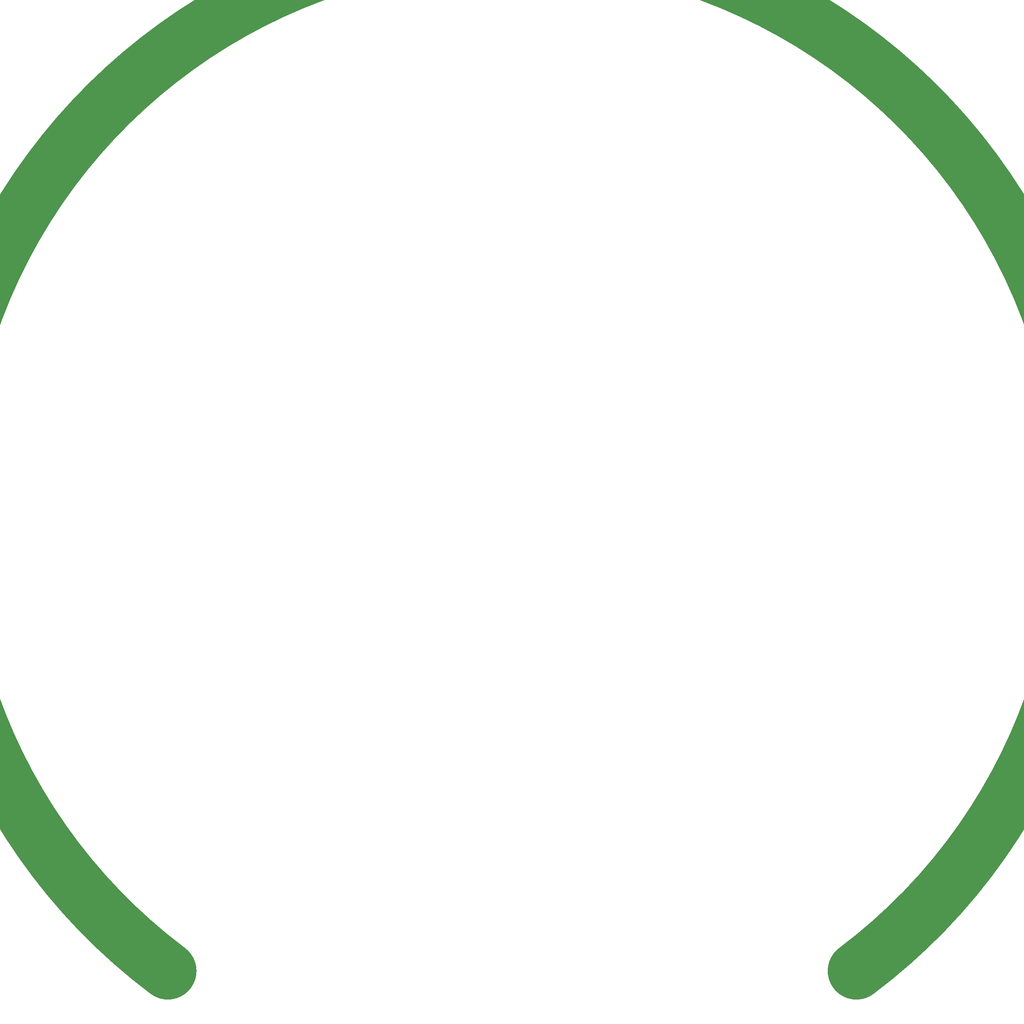
<source format=gbr>
%MOIN*%
%FSLAX42Y42*%

%ADD10C,0.50000*%

G75*

D10*

X300Y-200D02*
G75*
G03*
X-300Y-200I-300J400D01*

M02*

</source>
